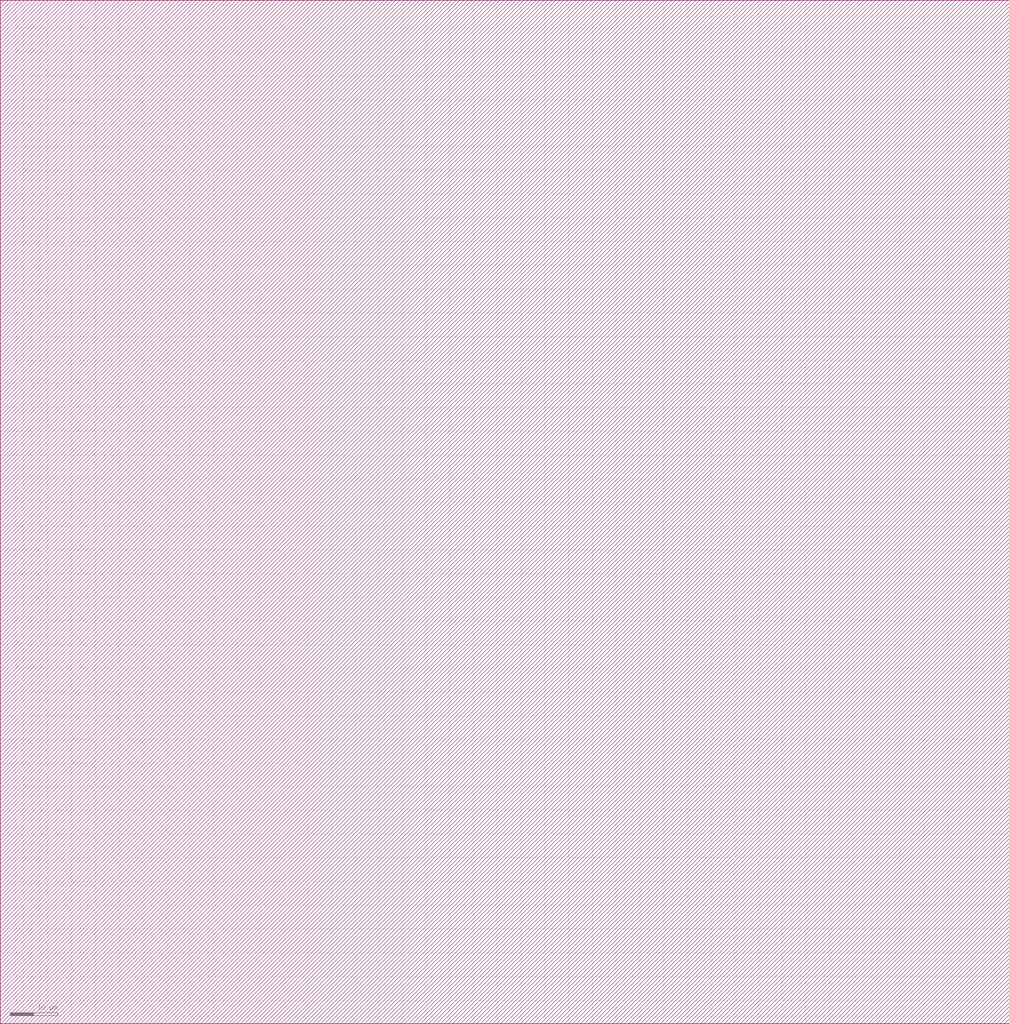
<source format=lef>
VERSION 5.6 ;

BUSBITCHARS "[]" ;

DIVIDERCHAR "/" ;

UNITS
    DATABASE MICRONS 1000 ;
END UNITS

MANUFACTURINGGRID 0.005000 ; 

CLEARANCEMEASURE EUCLIDEAN ; 

USEMINSPACING OBS ON ; 

SITE CoreSite
    CLASS CORE ;
    SIZE 0.600000 BY 0.300000 ;
END CoreSite

LAYER li
   TYPE ROUTING ;
   DIRECTION VERTICAL ;
   MINWIDTH 0.300000 ;
   AREA 0.056250 ;
   WIDTH 0.300000 ;
   SPACINGTABLE
      PARALLELRUNLENGTH 0.0
      WIDTH 0.0 0.225000 ;
   PITCH 0.600000 0.600000 ;
END li

LAYER mcon
    TYPE CUT ;
    SPACING 0.225000 ;
    WIDTH 0.300000 ;
    ENCLOSURE ABOVE 0.075000 0.075000 ;
    ENCLOSURE BELOW 0.000000 0.000000 ;
END mcon

LAYER met1
   TYPE ROUTING ;
   DIRECTION HORIZONTAL ;
   MINWIDTH 0.150000 ;
   AREA 0.084375 ;
   WIDTH 0.150000 ;
   SPACINGTABLE
      PARALLELRUNLENGTH 0.0
      WIDTH 0.0 0.150000 ;
   PITCH 0.300000 0.300000 ;
END met1

LAYER v1
    TYPE CUT ;
    SPACING 0.075000 ;
    WIDTH 0.300000 ;
    ENCLOSURE ABOVE 0.075000 0.075000 ;
    ENCLOSURE BELOW 0.075000 0.075000 ;
END v1

LAYER met2
   TYPE ROUTING ;
   DIRECTION VERTICAL ;
   MINWIDTH 0.150000 ;
   AREA 0.073125 ;
   WIDTH 0.150000 ;
   SPACINGTABLE
      PARALLELRUNLENGTH 0.0
      WIDTH 0.0 0.150000 ;
   PITCH 0.300000 0.300000 ;
END met2

LAYER v2
    TYPE CUT ;
    SPACING 0.150000 ;
    WIDTH 0.300000 ;
    ENCLOSURE ABOVE 0.075000 0.075000 ;
    ENCLOSURE BELOW 0.075000 0.000000 ;
END v2

LAYER met3
   TYPE ROUTING ;
   DIRECTION HORIZONTAL ;
   MINWIDTH 0.300000 ;
   AREA 0.241875 ;
   WIDTH 0.300000 ;
   SPACINGTABLE
      PARALLELRUNLENGTH 0.0
      WIDTH 0.0 0.300000 ;
   PITCH 0.600000 0.600000 ;
END met3

LAYER v3
    TYPE CUT ;
    SPACING 0.150000 ;
    WIDTH 0.450000 ;
    ENCLOSURE ABOVE 0.075000 0.075000 ;
    ENCLOSURE BELOW 0.075000 0.000000 ;
END v3

LAYER met4
   TYPE ROUTING ;
   DIRECTION VERTICAL ;
   MINWIDTH 0.300000 ;
   AREA 0.241875 ;
   WIDTH 0.300000 ;
   SPACINGTABLE
      PARALLELRUNLENGTH 0.0
      WIDTH 0.0 0.300000 ;
   PITCH 0.600000 0.600000 ;
END met4

LAYER v4
    TYPE CUT ;
    SPACING 0.450000 ;
    WIDTH 1.200000 ;
    ENCLOSURE ABOVE 0.150000 0.150000 ;
    ENCLOSURE BELOW 0.000000 0.000000 ;
END v4

LAYER met5
   TYPE ROUTING ;
   DIRECTION HORIZONTAL ;
   MINWIDTH 1.650000 ;
   AREA 4.005000 ;
   WIDTH 1.650000 ;
   SPACINGTABLE
      PARALLELRUNLENGTH 0.0
      WIDTH 0.0 1.650000 ;
   PITCH 3.300000 3.300000 ;
END met5

LAYER OVERLAP
   TYPE OVERLAP ;
END OVERLAP

VIA mcon_C DEFAULT
   LAYER li ;
     RECT -0.150000 -0.150000 0.150000 0.150000 ;
   LAYER mcon ;
     RECT -0.150000 -0.150000 0.150000 0.150000 ;
   LAYER met1 ;
     RECT -0.225000 -0.225000 0.225000 0.225000 ;
END mcon_C

VIA v1_C DEFAULT
   LAYER met1 ;
     RECT -0.225000 -0.225000 0.225000 0.225000 ;
   LAYER v1 ;
     RECT -0.150000 -0.150000 0.150000 0.150000 ;
   LAYER met2 ;
     RECT -0.225000 -0.225000 0.225000 0.225000 ;
END v1_C

VIA v2_C DEFAULT
   LAYER met2 ;
     RECT -0.150000 -0.225000 0.150000 0.225000 ;
   LAYER v2 ;
     RECT -0.150000 -0.150000 0.150000 0.150000 ;
   LAYER met3 ;
     RECT -0.225000 -0.225000 0.225000 0.225000 ;
END v2_C

VIA v2_Ch
   LAYER met2 ;
     RECT -0.225000 -0.150000 0.225000 0.150000 ;
   LAYER v2 ;
     RECT -0.150000 -0.150000 0.150000 0.150000 ;
   LAYER met3 ;
     RECT -0.225000 -0.225000 0.225000 0.225000 ;
END v2_Ch

VIA v2_Cv
   LAYER met2 ;
     RECT -0.150000 -0.225000 0.150000 0.225000 ;
   LAYER v2 ;
     RECT -0.150000 -0.150000 0.150000 0.150000 ;
   LAYER met3 ;
     RECT -0.225000 -0.225000 0.225000 0.225000 ;
END v2_Cv

VIA v3_C DEFAULT
   LAYER met3 ;
     RECT -0.300000 -0.225000 0.300000 0.225000 ;
   LAYER v3 ;
     RECT -0.225000 -0.225000 0.225000 0.225000 ;
   LAYER met4 ;
     RECT -0.300000 -0.300000 0.300000 0.300000 ;
END v3_C

VIA v3_Ch
   LAYER met3 ;
     RECT -0.300000 -0.225000 0.300000 0.225000 ;
   LAYER v3 ;
     RECT -0.225000 -0.225000 0.225000 0.225000 ;
   LAYER met4 ;
     RECT -0.300000 -0.300000 0.300000 0.300000 ;
END v3_Ch

VIA v3_Cv
   LAYER met3 ;
     RECT -0.300000 -0.225000 0.300000 0.225000 ;
   LAYER v3 ;
     RECT -0.225000 -0.225000 0.225000 0.225000 ;
   LAYER met4 ;
     RECT -0.300000 -0.300000 0.300000 0.300000 ;
END v3_Cv

VIA v4_C DEFAULT
   LAYER met4 ;
     RECT -0.600000 -0.600000 0.600000 0.600000 ;
   LAYER v4 ;
     RECT -0.600000 -0.600000 0.600000 0.600000 ;
   LAYER met5 ;
     RECT -0.750000 -0.750000 0.750000 0.750000 ;
END v4_C

MACRO _0_0std_0_0cells_0_0MUX2X1
    CLASS CORE ;
    FOREIGN _0_0std_0_0cells_0_0MUX2X1 0.000000 0.000000 ;
    ORIGIN 0.000000 0.000000 ;
    SIZE 6.000000 BY 3.600000 ;
    SYMMETRY X Y ;
    SITE CoreSite ;
    PIN A
        DIRECTION INPUT ;
        USE SIGNAL ;
        PORT
        LAYER li ;
        RECT 0.525000 3.150000 0.675000 3.375000 ;
        RECT 0.525000 3.000000 0.975000 3.150000 ;
        RECT 0.675000 3.150000 0.900000 3.375000 ;
        RECT 0.900000 3.150000 0.975000 3.375000 ;
        END
        ANTENNAGATEAREA 0.281250 ;
    END A
    PIN B
        DIRECTION INPUT ;
        USE SIGNAL ;
        PORT
        LAYER li ;
        RECT 2.775000 3.150000 2.850000 3.375000 ;
        RECT 2.850000 3.150000 3.075000 3.375000 ;
        RECT 3.000000 3.375000 3.300000 3.450000 ;
        RECT 3.075000 3.150000 3.375000 3.375000 ;
        RECT 3.000000 3.000000 3.375000 3.150000 ;
        END
        ANTENNAGATEAREA 0.168750 ;
    END B
    PIN S
        DIRECTION INPUT ;
        USE SIGNAL ;
        PORT
        LAYER li ;
        RECT 1.800000 3.375000 2.100000 3.450000 ;
        RECT 1.800000 3.150000 2.250000 3.375000 ;
        RECT 1.800000 3.000000 2.550000 3.150000 ;
        RECT 2.250000 3.150000 2.475000 3.375000 ;
        RECT 2.475000 3.150000 2.550000 3.375000 ;
        END
        ANTENNAGATEAREA 0.551250 ;
    END S
    PIN Y
        DIRECTION OUTPUT ;
        USE SIGNAL ;
        PORT
        LAYER li ;
        RECT 0.675000 1.350000 5.325000 1.575000 ;
        RECT 0.675000 1.125000 0.900000 1.350000 ;
        RECT 0.675000 0.900000 0.900000 1.125000 ;
        RECT 0.675000 0.825000 0.900000 0.900000 ;
        RECT 2.550000 1.575000 2.775000 1.800000 ;
        RECT 5.400000 0.300000 5.700000 0.450000 ;
        RECT 2.550000 2.025000 2.775000 2.100000 ;
        RECT 2.550000 1.800000 2.775000 2.025000 ;
        RECT 5.100000 0.750000 5.325000 1.350000 ;
        RECT 5.100000 0.525000 5.325000 0.750000 ;
        RECT 5.100000 0.450000 5.700000 0.525000 ;
        RECT 5.325000 0.525000 5.700000 0.750000 ;
        RECT 5.100000 1.575000 5.325000 1.800000 ;
        RECT 5.100000 2.025000 5.325000 2.100000 ;
        RECT 5.100000 1.800000 5.325000 2.025000 ;
        END
        ANTENNADIFFAREA 1.406250 ;
    END Y
    PIN Vdd
        DIRECTION INPUT ;
        USE POWER ;
        PORT
        LAYER li ;
        RECT 1.200000 2.550000 3.750000 2.775000 ;
        RECT 3.750000 2.550000 3.975000 2.775000 ;
        RECT 1.200000 2.025000 1.425000 2.250000 ;
        RECT 1.200000 1.950000 1.425000 2.025000 ;
        RECT 3.975000 2.550000 4.425000 2.775000 ;
        RECT 1.200000 2.250000 1.425000 2.550000 ;
        RECT 4.200000 3.225000 4.500000 3.300000 ;
        RECT 4.200000 3.000000 4.425000 3.225000 ;
        RECT 4.200000 2.775000 4.425000 3.000000 ;
        RECT 4.425000 3.000000 4.500000 3.225000 ;
        LAYER mcon ;
        RECT 4.200000 3.000000 4.425000 3.225000 ;
        LAYER met1 ;
        RECT 4.125000 3.225000 4.500000 3.450000 ;
        RECT 4.125000 3.000000 4.200000 3.225000 ;
        RECT 4.125000 2.925000 4.500000 3.000000 ;
        RECT 4.200000 3.000000 4.425000 3.225000 ;
        RECT 4.425000 3.000000 4.500000 3.225000 ;
        END
        ANTENNADIFFAREA 0.804375 ;
    END Vdd
    PIN GND
        DIRECTION INPUT ;
        USE GROUND ;
        PORT
        LAYER li ;
        RECT 1.650000 0.525000 1.725000 0.750000 ;
        RECT 1.650000 0.450000 3.075000 0.525000 ;
        RECT 1.725000 0.525000 1.950000 0.750000 ;
        RECT 1.950000 0.675000 2.025000 0.750000 ;
        RECT 1.950000 0.525000 3.225000 0.675000 ;
        RECT 3.000000 0.300000 3.075000 0.450000 ;
        RECT 3.225000 0.525000 3.450000 0.750000 ;
        RECT 3.075000 0.300000 3.300000 0.525000 ;
        RECT 3.150000 0.675000 3.225000 0.750000 ;
        RECT 3.450000 0.525000 3.525000 0.750000 ;
        RECT 3.300000 0.450000 3.525000 0.525000 ;
        LAYER mcon ;
        RECT 3.075000 0.300000 3.300000 0.525000 ;
        LAYER met1 ;
        RECT 3.000000 0.525000 3.375000 0.600000 ;
        RECT 3.000000 0.300000 3.075000 0.525000 ;
        RECT 3.000000 0.225000 3.375000 0.300000 ;
        RECT 3.075000 0.300000 3.300000 0.525000 ;
        RECT 3.300000 0.300000 3.375000 0.525000 ;
        END
        ANTENNADIFFAREA 0.630000 ;
    END GND
    OBS
        LAYER li ;
        RECT 0.600000 2.400000 0.975000 2.475000 ;
        RECT 0.600000 2.175000 0.675000 2.400000 ;
        RECT 0.600000 2.100000 0.975000 2.175000 ;
        RECT 0.675000 2.175000 0.900000 2.400000 ;
        RECT 0.900000 2.175000 0.975000 2.400000 ;
        RECT 1.650000 1.800000 1.725000 2.025000 ;
        RECT 1.725000 2.025000 1.950000 2.100000 ;
        RECT 1.725000 1.800000 1.950000 2.025000 ;
        RECT 1.950000 1.800000 2.025000 2.025000 ;
        RECT 2.475000 0.900000 2.550000 1.125000 ;
        RECT 2.550000 0.900000 2.775000 1.125000 ;
        RECT 2.775000 0.900000 2.850000 1.125000 ;
        RECT 3.750000 0.750000 3.975000 0.825000 ;
        RECT 3.750000 0.525000 3.975000 0.750000 ;
        RECT 3.750000 0.450000 3.975000 0.525000 ;
        RECT 3.975000 0.525000 4.575000 0.750000 ;
        RECT 4.575000 0.750000 4.800000 0.825000 ;
        RECT 4.575000 0.525000 4.800000 0.750000 ;
        RECT 4.575000 0.450000 4.800000 0.525000 ;
        RECT 4.050000 1.800000 4.275000 2.025000 ;
        RECT 4.275000 1.800000 4.575000 2.025000 ;
        RECT 4.575000 2.025000 4.800000 2.100000 ;
        RECT 4.575000 1.800000 4.800000 2.025000 ;
        RECT 4.800000 3.375000 5.025000 3.450000 ;
        RECT 4.800000 1.800000 4.875000 2.025000 ;
        RECT 4.800000 3.150000 5.025000 3.375000 ;
        RECT 4.800000 3.075000 5.025000 3.150000 ;
        LAYER met1 ;
        RECT 0.600000 2.400000 0.975000 2.475000 ;
        RECT 0.600000 2.175000 0.675000 2.400000 ;
        RECT 0.600000 2.100000 0.975000 2.175000 ;
        RECT 0.675000 2.175000 0.900000 2.400000 ;
        RECT 0.900000 2.250000 2.325000 2.400000 ;
        RECT 0.900000 2.175000 0.975000 2.250000 ;
        RECT 1.650000 2.025000 2.025000 2.100000 ;
        RECT 1.650000 1.800000 1.725000 2.025000 ;
        RECT 1.650000 1.725000 2.025000 1.800000 ;
        RECT 1.725000 1.800000 1.950000 2.025000 ;
        RECT 1.725000 1.575000 1.950000 1.725000 ;
        RECT 1.725000 1.425000 5.025000 1.575000 ;
        RECT 4.725000 3.375000 5.100000 3.450000 ;
        RECT 1.950000 1.800000 2.025000 2.025000 ;
        RECT 2.175000 1.725000 4.350000 1.800000 ;
        RECT 2.475000 1.200000 2.775000 1.425000 ;
        RECT 2.475000 1.125000 2.850000 1.200000 ;
        RECT 2.475000 0.900000 2.550000 1.125000 ;
        RECT 2.475000 0.825000 2.850000 0.900000 ;
        RECT 2.550000 0.900000 2.775000 1.125000 ;
        RECT 4.725000 3.150000 4.800000 3.375000 ;
        RECT 4.725000 3.075000 5.100000 3.150000 ;
        RECT 2.175000 1.875000 2.325000 2.250000 ;
        RECT 2.175000 1.800000 4.050000 1.875000 ;
        RECT 2.775000 0.900000 2.850000 1.125000 ;
        RECT 4.800000 3.150000 5.025000 3.375000 ;
        RECT 4.050000 1.800000 4.275000 2.025000 ;
        RECT 5.025000 3.150000 5.100000 3.375000 ;
        RECT 3.975000 2.025000 4.350000 2.100000 ;
        RECT 3.975000 1.875000 4.050000 2.025000 ;
        RECT 4.275000 1.800000 4.350000 2.025000 ;
        RECT 4.875000 1.575000 5.025000 3.075000 ;
    END
END _0_0std_0_0cells_0_0MUX2X1

MACRO welltap_svt
    CLASS CORE WELLTAP ;
    FOREIGN welltap_svt 0.000000 0.000000 ;
    ORIGIN 0.000000 0.000000 ;
    SIZE 1.200000 BY 2.100000 ;
    SYMMETRY X Y ;
    SITE CoreSite ;
    PIN Vdd
        DIRECTION INPUT ;
        USE POWER ;
        PORT
        LAYER li ;
        RECT 0.600000 1.500000 0.900000 1.800000 ;
        END
    END Vdd
    PIN GND
        DIRECTION INPUT ;
        USE GROUND ;
        PORT
        LAYER li ;
        RECT 0.600000 0.300000 0.900000 0.600000 ;
        END
    END GND
END welltap_svt

MACRO circuitppnp
   CLASS CORE ;
   FOREIGN circuitppnp 0.000000 0.000000 ;
   ORIGIN 0.000000 0.000000 ; 
   SIZE 213.000000 BY 216.000000 ; 
   SYMMETRY X Y ;
   SITE CoreSite ;
END circuitppnp

MACRO circuitwell
   CLASS CORE ;
   FOREIGN circuitwell 0.000000 0.000000 ;
   ORIGIN 0.000000 0.000000 ; 
   SIZE 213.000000 BY 216.000000 ; 
   SYMMETRY X Y ;
   SITE CoreSite ;
END circuitwell


</source>
